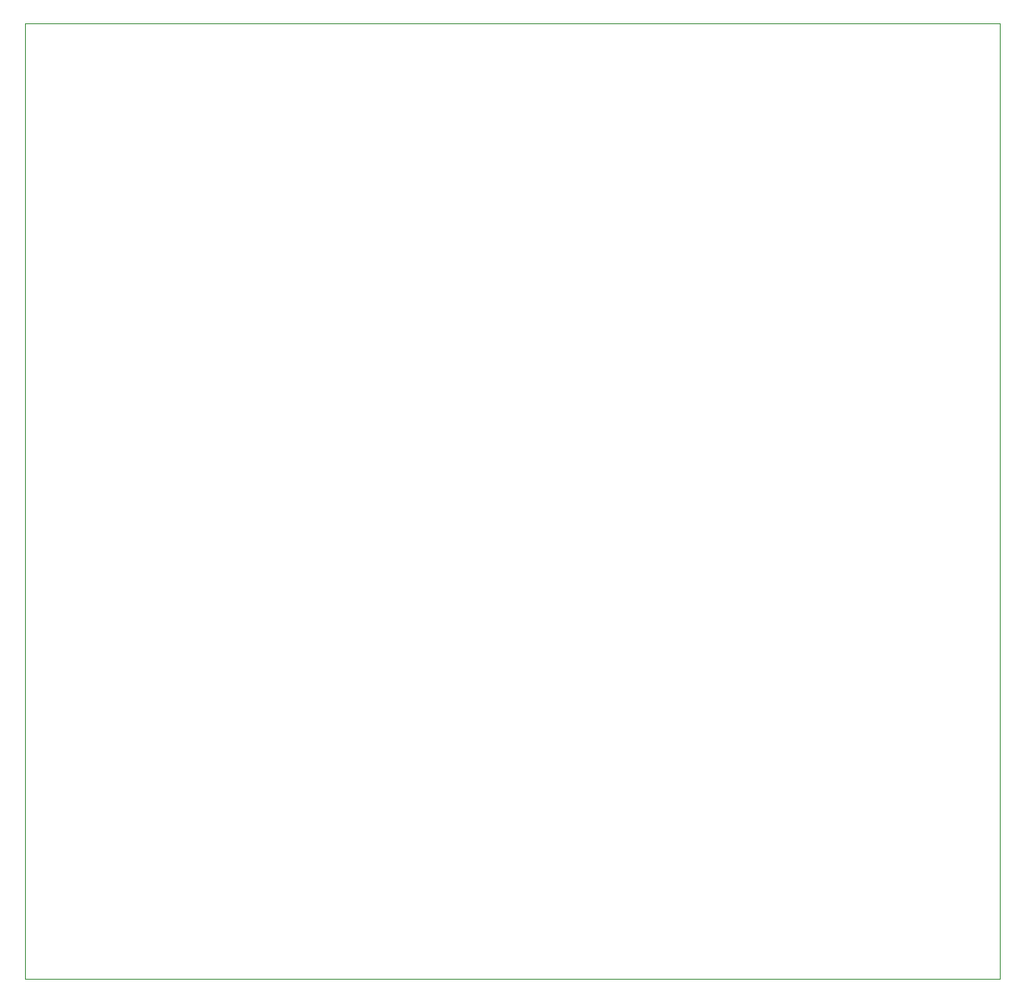
<source format=gbr>
%TF.GenerationSoftware,KiCad,Pcbnew,8.0.5-8.0.5-0~ubuntu24.04.1*%
%TF.CreationDate,2024-09-16T18:32:16+02:00*%
%TF.ProjectId,Test_elec,54657374-5f65-46c6-9563-2e6b69636164,rev?*%
%TF.SameCoordinates,Original*%
%TF.FileFunction,Profile,NP*%
%FSLAX46Y46*%
G04 Gerber Fmt 4.6, Leading zero omitted, Abs format (unit mm)*
G04 Created by KiCad (PCBNEW 8.0.5-8.0.5-0~ubuntu24.04.1) date 2024-09-16 18:32:16*
%MOMM*%
%LPD*%
G01*
G04 APERTURE LIST*
%TA.AperFunction,Profile*%
%ADD10C,0.050000*%
%TD*%
G04 APERTURE END LIST*
D10*
X108000000Y-26500000D02*
X207000000Y-26500000D01*
X207000000Y-123500000D01*
X108000000Y-123500000D01*
X108000000Y-26500000D01*
M02*

</source>
